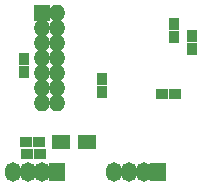
<source format=gbr>
G04 #@! TF.GenerationSoftware,KiCad,Pcbnew,(5.0.0)*
G04 #@! TF.CreationDate,2020-09-19T09:09:07-07:00*
G04 #@! TF.ProjectId,GrenadeConversion3,4772656E616465436F6E76657273696F,rev?*
G04 #@! TF.SameCoordinates,Original*
G04 #@! TF.FileFunction,Soldermask,Bot*
G04 #@! TF.FilePolarity,Negative*
%FSLAX46Y46*%
G04 Gerber Fmt 4.6, Leading zero omitted, Abs format (unit mm)*
G04 Created by KiCad (PCBNEW (5.0.0)) date 09/19/20 09:09:07*
%MOMM*%
%LPD*%
G01*
G04 APERTURE LIST*
%ADD10O,1.400000X1.400000*%
%ADD11R,1.400000X1.400000*%
%ADD12R,1.600000X1.300000*%
%ADD13O,1.350000X1.650000*%
%ADD14R,1.350000X1.650000*%
%ADD15R,0.900000X1.000000*%
%ADD16R,1.000000X0.900000*%
G04 APERTURE END LIST*
D10*
G04 #@! TO.C,J1*
X109728000Y-98806000D03*
X108458000Y-98806000D03*
X109728000Y-97536000D03*
X108458000Y-97536000D03*
X109728000Y-96266000D03*
X108458000Y-96266000D03*
X109728000Y-94996000D03*
X108458000Y-94996000D03*
X109728000Y-93726000D03*
X108458000Y-93726000D03*
X109728000Y-92456000D03*
X108458000Y-92456000D03*
X109728000Y-91186000D03*
D11*
X108458000Y-91186000D03*
G04 #@! TD*
D12*
G04 #@! TO.C,R1*
X112268000Y-102108000D03*
X110068000Y-102108000D03*
G04 #@! TD*
D13*
G04 #@! TO.C,J2*
X114554000Y-104648000D03*
X115804000Y-104648000D03*
X117054000Y-104648000D03*
D14*
X118304000Y-104648000D03*
G04 #@! TD*
G04 #@! TO.C,J3*
X109728000Y-104648000D03*
D13*
X108478000Y-104648000D03*
X107228000Y-104648000D03*
X105978000Y-104648000D03*
G04 #@! TD*
D15*
G04 #@! TO.C,C1*
X119634000Y-93260000D03*
X119634000Y-92160000D03*
G04 #@! TD*
D16*
G04 #@! TO.C,C2*
X119676000Y-98044000D03*
X118576000Y-98044000D03*
G04 #@! TD*
D15*
G04 #@! TO.C,C3*
X113538000Y-96774000D03*
X113538000Y-97874000D03*
G04 #@! TD*
G04 #@! TO.C,C4*
X121158000Y-93134000D03*
X121158000Y-94234000D03*
G04 #@! TD*
G04 #@! TO.C,C5*
X106934000Y-96164400D03*
X106934000Y-95064400D03*
G04 #@! TD*
D16*
G04 #@! TO.C,C6*
X108204000Y-102108000D03*
X107104000Y-102108000D03*
G04 #@! TD*
G04 #@! TO.C,C7*
X107146000Y-103124000D03*
X108246000Y-103124000D03*
G04 #@! TD*
M02*

</source>
